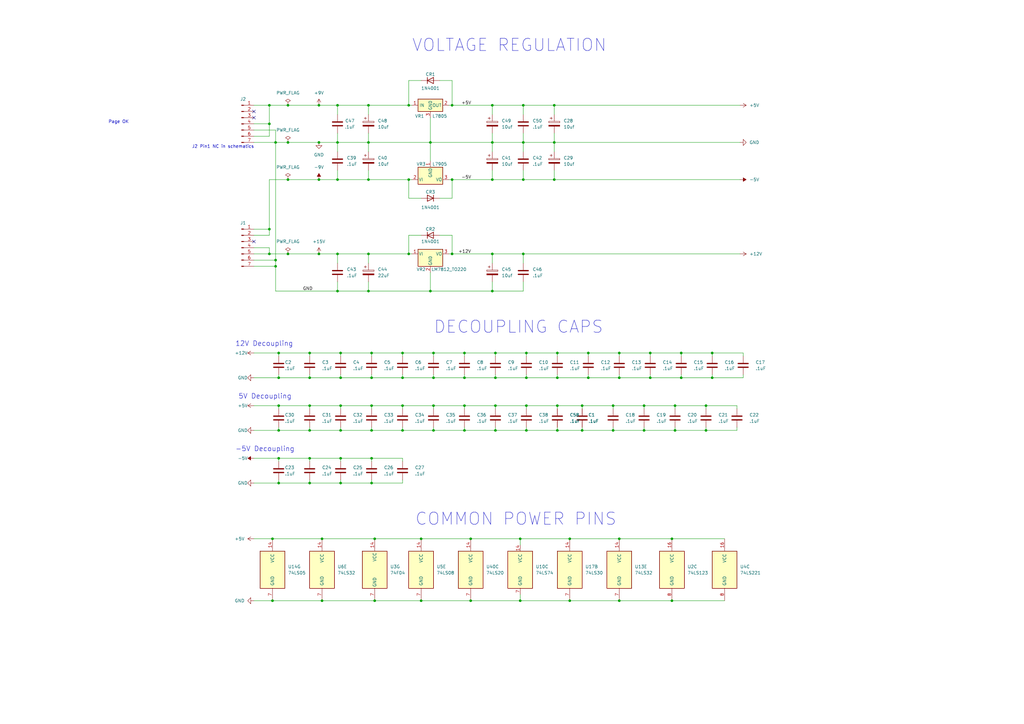
<source format=kicad_sch>
(kicad_sch (version 20230121) (generator eeschema)
  (paper "A3")
  (title_block (title "LOW SPEED GRAPHIK") (date "2022-03-13") (rev "V001") (comment 1 "reverse-engineered in 2022") (comment 2 "creativecommons.org/licenses/by/4.0/") (comment 3 "License: CC BY 4.0") (comment 4 "Author: InsaneDruid"))
  (junction (at 165.1 166.37))
  (junction (at 153.67 246.38))
  (junction (at 132.08 220.98))
  (junction (at 241.3 144.78))
  (junction (at 130.81 104.14))
  (junction (at 201.93 104.14))
  (junction (at 215.9 144.78))
  (junction (at 127 198.12))
  (junction (at 167.64 73.66))
  (junction (at 201.93 73.66))
  (junction (at 214.63 43.18))
  (junction (at 118.11 58.42))
  (junction (at 227.33 58.42))
  (junction (at 279.4 154.94))
  (junction (at 114.3 154.94))
  (junction (at 279.4 144.78))
  (junction (at 203.2 154.94))
  (junction (at 203.2 176.53))
  (junction (at 266.7 154.94))
  (junction (at 233.68 220.98))
  (junction (at 203.2 166.37))
  (junction (at 193.04 220.98))
  (junction (at 114.3 198.12))
  (junction (at 127 144.78))
  (junction (at 127 154.94))
  (junction (at 185.42 73.66))
  (junction (at 152.4 154.94))
  (junction (at 276.86 176.53))
  (junction (at 254 144.78))
  (junction (at 264.16 166.37))
  (junction (at 241.3 154.94))
  (junction (at 127 176.53))
  (junction (at 185.42 104.14))
  (junction (at 152.4 144.78))
  (junction (at 152.4 198.12))
  (junction (at 227.33 73.66))
  (junction (at 110.49 50.8))
  (junction (at 152.4 166.37))
  (junction (at 172.72 220.98))
  (junction (at 165.1 144.78))
  (junction (at 190.5 154.94))
  (junction (at 289.56 176.53))
  (junction (at 151.13 58.42))
  (junction (at 254 246.38))
  (junction (at 203.2 144.78))
  (junction (at 118.11 104.14))
  (junction (at 213.36 220.98))
  (junction (at 214.63 58.42))
  (junction (at 151.13 73.66))
  (junction (at 254 154.94))
  (junction (at 266.7 144.78))
  (junction (at 139.7 198.12))
  (junction (at 110.49 93.98))
  (junction (at 177.8 144.78))
  (junction (at 113.03 106.68))
  (junction (at 114.3 144.78))
  (junction (at 264.16 176.53))
  (junction (at 138.43 119.38))
  (junction (at 238.76 166.37))
  (junction (at 114.3 187.96))
  (junction (at 139.7 187.96))
  (junction (at 228.6 176.53))
  (junction (at 138.43 73.66))
  (junction (at 110.49 43.18))
  (junction (at 228.6 154.94))
  (junction (at 127 187.96))
  (junction (at 176.53 58.42))
  (junction (at 118.11 73.66))
  (junction (at 190.5 176.53))
  (junction (at 276.86 166.37))
  (junction (at 238.76 176.53))
  (junction (at 165.1 154.94))
  (junction (at 275.59 220.98))
  (junction (at 111.76 246.38))
  (junction (at 190.5 144.78))
  (junction (at 213.36 246.38))
  (junction (at 151.13 43.18))
  (junction (at 201.93 58.42))
  (junction (at 292.1 154.94))
  (junction (at 113.03 109.22))
  (junction (at 138.43 43.18))
  (junction (at 118.11 43.18))
  (junction (at 254 220.98))
  (junction (at 130.81 43.18))
  (junction (at 215.9 176.53))
  (junction (at 215.9 166.37))
  (junction (at 172.72 246.38))
  (junction (at 132.08 246.38))
  (junction (at 190.5 166.37))
  (junction (at 151.13 119.38))
  (junction (at 228.6 166.37))
  (junction (at 139.7 176.53))
  (junction (at 185.42 43.18))
  (junction (at 139.7 154.94))
  (junction (at 275.59 246.38))
  (junction (at 292.1 144.78))
  (junction (at 114.3 176.53))
  (junction (at 111.76 220.98))
  (junction (at 152.4 187.96))
  (junction (at 214.63 104.14))
  (junction (at 176.53 119.38))
  (junction (at 165.1 176.53))
  (junction (at 153.67 220.98))
  (junction (at 228.6 144.78))
  (junction (at 130.81 73.66))
  (junction (at 139.7 144.78))
  (junction (at 151.13 104.14))
  (junction (at 177.8 176.53))
  (junction (at 114.3 166.37))
  (junction (at 167.64 104.14))
  (junction (at 233.68 246.38))
  (junction (at 201.93 119.38))
  (junction (at 193.04 246.38))
  (junction (at 139.7 166.37))
  (junction (at 130.81 58.42))
  (junction (at 127 166.37))
  (junction (at 251.46 176.53))
  (junction (at 214.63 73.66))
  (junction (at 177.8 154.94))
  (junction (at 177.8 166.37))
  (junction (at 167.64 43.18))
  (junction (at 138.43 58.42))
  (junction (at 138.43 104.14))
  (junction (at 110.49 104.14))
  (junction (at 113.03 58.42))
  (junction (at 152.4 176.53))
  (junction (at 201.93 43.18))
  (junction (at 215.9 154.94))
  (junction (at 289.56 166.37))
  (junction (at 251.46 166.37))
  (junction (at 227.33 43.18))
  (no_connect (at 104.14 48.26))
  (no_connect (at 104.14 45.72))
  (no_connect (at 104.14 99.06))
  (wire (pts (xy 139.7 154.94) (xy 139.7 153.67)))
  (wire (pts (xy 228.6 154.94) (xy 228.6 153.67)))
  (wire (pts (xy 139.7 154.94) (xy 152.4 154.94)))
  (wire (pts (xy 228.6 166.37) (xy 238.76 166.37)))
  (wire (pts (xy 167.64 104.14) (xy 168.91 104.14)))
  (wire (pts (xy 167.64 33.02) (xy 167.64 43.18)))
  (wire (pts (xy 254 144.78) (xy 254 146.05)))
  (wire (pts (xy 266.7 144.78) (xy 266.7 146.05)))
  (wire (pts (xy 180.34 81.28) (xy 185.42 81.28)))
  (wire (pts (xy 151.13 43.18) (xy 151.13 46.99)))
  (wire (pts (xy 201.93 104.14) (xy 214.63 104.14)))
  (wire (pts (xy 304.8 144.78) (xy 304.8 146.05)))
  (wire (pts (xy 264.16 166.37) (xy 276.86 166.37)))
  (wire (pts (xy 151.13 62.23) (xy 151.13 58.42)))
  (wire (pts (xy 190.5 144.78) (xy 190.5 146.05)))
  (wire (pts (xy 289.56 176.53) (xy 289.56 175.26)))
  (wire (pts (xy 215.9 166.37) (xy 215.9 167.64)))
  (wire (pts (xy 118.11 104.14) (xy 130.81 104.14)))
  (wire (pts (xy 203.2 176.53) (xy 215.9 176.53)))
  (wire (pts (xy 185.42 73.66) (xy 201.93 73.66)))
  (wire (pts (xy 203.2 144.78) (xy 215.9 144.78)))
  (wire (pts (xy 114.3 144.78) (xy 114.3 146.05)))
  (wire (pts (xy 241.3 144.78) (xy 241.3 146.05)))
  (wire (pts (xy 104.14 109.22) (xy 113.03 109.22)))
  (wire (pts (xy 167.64 43.18) (xy 168.91 43.18)))
  (wire (pts (xy 110.49 93.98) (xy 110.49 96.52)))
  (wire (pts (xy 266.7 144.78) (xy 279.4 144.78)))
  (wire (pts (xy 151.13 115.57) (xy 151.13 119.38)))
  (wire (pts (xy 114.3 198.12) (xy 114.3 196.85)))
  (wire (pts (xy 138.43 107.95) (xy 138.43 104.14)))
  (wire (pts (xy 184.15 104.14) (xy 185.42 104.14)))
  (wire (pts (xy 185.42 81.28) (xy 185.42 73.66)))
  (wire (pts (xy 138.43 43.18) (xy 151.13 43.18)))
  (wire (pts (xy 292.1 154.94) (xy 292.1 153.67)))
  (wire (pts (xy 292.1 144.78) (xy 292.1 146.05)))
  (wire (pts (xy 184.15 43.18) (xy 185.42 43.18)))
  (wire (pts (xy 104.14 246.38) (xy 111.76 246.38)))
  (wire (pts (xy 276.86 166.37) (xy 276.86 167.64)))
  (wire (pts (xy 165.1 198.12) (xy 165.1 196.85)))
  (wire (pts (xy 111.76 246.38) (xy 132.08 246.38)))
  (wire (pts (xy 214.63 115.57) (xy 214.63 119.38)))
  (wire (pts (xy 152.4 187.96) (xy 165.1 187.96)))
  (wire (pts (xy 104.14 106.68) (xy 113.03 106.68)))
  (wire (pts (xy 152.4 166.37) (xy 152.4 167.64)))
  (wire (pts (xy 190.5 154.94) (xy 203.2 154.94)))
  (wire (pts (xy 201.93 43.18) (xy 214.63 43.18)))
  (wire (pts (xy 114.3 166.37) (xy 127 166.37)))
  (wire (pts (xy 165.1 144.78) (xy 177.8 144.78)))
  (wire (pts (xy 114.3 154.94) (xy 114.3 153.67)))
  (wire (pts (xy 139.7 166.37) (xy 139.7 167.64)))
  (wire (pts (xy 177.8 166.37) (xy 190.5 166.37)))
  (wire (pts (xy 167.64 33.02) (xy 172.72 33.02)))
  (wire (pts (xy 279.4 144.78) (xy 279.4 146.05)))
  (wire (pts (xy 104.14 55.88) (xy 110.49 55.88)))
  (wire (pts (xy 254 154.94) (xy 266.7 154.94)))
  (wire (pts (xy 213.36 243.84) (xy 213.36 246.38)))
  (wire (pts (xy 302.26 176.53) (xy 302.26 175.26)))
  (wire (pts (xy 227.33 43.18) (xy 303.53 43.18)))
  (wire (pts (xy 214.63 104.14) (xy 214.63 107.95)))
  (wire (pts (xy 139.7 187.96) (xy 152.4 187.96)))
  (wire (pts (xy 153.67 246.38) (xy 172.72 246.38)))
  (wire (pts (xy 138.43 58.42) (xy 138.43 62.23)))
  (wire (pts (xy 215.9 154.94) (xy 215.9 153.67)))
  (wire (pts (xy 279.4 144.78) (xy 292.1 144.78)))
  (wire (pts (xy 251.46 176.53) (xy 251.46 175.26)))
  (wire (pts (xy 152.4 187.96) (xy 152.4 189.23)))
  (wire (pts (xy 152.4 176.53) (xy 165.1 176.53)))
  (wire (pts (xy 215.9 154.94) (xy 228.6 154.94)))
  (wire (pts (xy 113.03 119.38) (xy 138.43 119.38)))
  (wire (pts (xy 152.4 198.12) (xy 165.1 198.12)))
  (wire (pts (xy 104.14 154.94) (xy 114.3 154.94)))
  (wire (pts (xy 172.72 96.52) (xy 167.64 96.52)))
  (wire (pts (xy 177.8 154.94) (xy 177.8 153.67)))
  (wire (pts (xy 151.13 119.38) (xy 176.53 119.38)))
  (wire (pts (xy 215.9 175.26) (xy 215.9 176.53)))
  (wire (pts (xy 203.2 176.53) (xy 203.2 175.26)))
  (wire (pts (xy 241.3 154.94) (xy 254 154.94)))
  (wire (pts (xy 104.14 101.6) (xy 110.49 101.6)))
  (wire (pts (xy 238.76 166.37) (xy 251.46 166.37)))
  (wire (pts (xy 201.93 54.61) (xy 201.93 58.42)))
  (wire (pts (xy 114.3 176.53) (xy 127 176.53)))
  (wire (pts (xy 276.86 175.26) (xy 276.86 176.53)))
  (wire (pts (xy 215.9 176.53) (xy 228.6 176.53)))
  (wire (pts (xy 110.49 73.66) (xy 110.49 93.98)))
  (wire (pts (xy 139.7 176.53) (xy 139.7 175.26)))
  (wire (pts (xy 165.1 154.94) (xy 177.8 154.94)))
  (wire (pts (xy 114.3 187.96) (xy 114.3 189.23)))
  (wire (pts (xy 139.7 187.96) (xy 139.7 189.23)))
  (wire (pts (xy 132.08 220.98) (xy 153.67 220.98)))
  (wire (pts (xy 177.8 144.78) (xy 190.5 144.78)))
  (wire (pts (xy 176.53 119.38) (xy 201.93 119.38)))
  (wire (pts (xy 138.43 69.85) (xy 138.43 73.66)))
  (wire (pts (xy 104.14 220.98) (xy 111.76 220.98)))
  (wire (pts (xy 104.14 58.42) (xy 113.03 58.42)))
  (wire (pts (xy 201.93 104.14) (xy 201.93 107.95)))
  (wire (pts (xy 127 187.96) (xy 139.7 187.96)))
  (wire (pts (xy 289.56 166.37) (xy 289.56 167.64)))
  (wire (pts (xy 276.86 166.37) (xy 289.56 166.37)))
  (wire (pts (xy 114.3 144.78) (xy 127 144.78)))
  (wire (pts (xy 213.36 220.98) (xy 193.04 220.98)))
  (wire (pts (xy 276.86 176.53) (xy 289.56 176.53)))
  (wire (pts (xy 138.43 119.38) (xy 151.13 119.38)))
  (wire (pts (xy 138.43 115.57) (xy 138.43 119.38)))
  (wire (pts (xy 203.2 154.94) (xy 203.2 153.67)))
  (wire (pts (xy 104.14 144.78) (xy 114.3 144.78)))
  (wire (pts (xy 127 154.94) (xy 127 153.67)))
  (wire (pts (xy 241.3 154.94) (xy 241.3 153.67)))
  (wire (pts (xy 254 246.38) (xy 275.59 246.38)))
  (wire (pts (xy 139.7 166.37) (xy 152.4 166.37)))
  (wire (pts (xy 201.93 73.66) (xy 214.63 73.66)))
  (wire (pts (xy 176.53 58.42) (xy 176.53 66.04)))
  (wire (pts (xy 215.9 144.78) (xy 228.6 144.78)))
  (wire (pts (xy 190.5 176.53) (xy 190.5 175.26)))
  (wire (pts (xy 110.49 101.6) (xy 110.49 104.14)))
  (wire (pts (xy 139.7 144.78) (xy 139.7 146.05)))
  (wire (pts (xy 167.64 81.28) (xy 172.72 81.28)))
  (wire (pts (xy 114.3 166.37) (xy 114.3 167.64)))
  (wire (pts (xy 228.6 144.78) (xy 228.6 146.05)))
  (wire (pts (xy 151.13 54.61) (xy 151.13 58.42)))
  (wire (pts (xy 165.1 166.37) (xy 177.8 166.37)))
  (wire (pts (xy 127 176.53) (xy 127 175.26)))
  (wire (pts (xy 214.63 69.85) (xy 214.63 73.66)))
  (wire (pts (xy 127 166.37) (xy 127 167.64)))
  (wire (pts (xy 275.59 220.98) (xy 297.18 220.98)))
  (wire (pts (xy 138.43 73.66) (xy 130.81 73.66)))
  (wire (pts (xy 251.46 166.37) (xy 251.46 167.64)))
  (wire (pts (xy 152.4 176.53) (xy 152.4 175.26)))
  (wire (pts (xy 118.11 43.18) (xy 130.81 43.18)))
  (wire (pts (xy 153.67 220.98) (xy 172.72 220.98)))
  (wire (pts (xy 151.13 73.66) (xy 138.43 73.66)))
  (wire (pts (xy 289.56 176.53) (xy 302.26 176.53)))
  (wire (pts (xy 165.1 154.94) (xy 165.1 153.67)))
  (wire (pts (xy 111.76 220.98) (xy 132.08 220.98)))
  (wire (pts (xy 138.43 58.42) (xy 151.13 58.42)))
  (wire (pts (xy 292.1 154.94) (xy 304.8 154.94)))
  (wire (pts (xy 213.36 246.38) (xy 193.04 246.38)))
  (wire (pts (xy 228.6 176.53) (xy 228.6 175.26)))
  (wire (pts (xy 139.7 144.78) (xy 152.4 144.78)))
  (wire (pts (xy 302.26 166.37) (xy 302.26 167.64)))
  (wire (pts (xy 177.8 166.37) (xy 177.8 167.64)))
  (wire (pts (xy 104.14 96.52) (xy 110.49 96.52)))
  (wire (pts (xy 185.42 96.52) (xy 185.42 104.14)))
  (wire (pts (xy 213.36 223.52) (xy 213.36 220.98)))
  (wire (pts (xy 201.93 69.85) (xy 201.93 73.66)))
  (wire (pts (xy 180.34 33.02) (xy 185.42 33.02)))
  (wire (pts (xy 127 154.94) (xy 139.7 154.94)))
  (wire (pts (xy 151.13 104.14) (xy 151.13 107.95)))
  (wire (pts (xy 275.59 246.38) (xy 297.18 246.38)))
  (wire (pts (xy 110.49 104.14) (xy 118.11 104.14)))
  (wire (pts (xy 118.11 73.66) (xy 110.49 73.66)))
  (wire (pts (xy 114.3 198.12) (xy 127 198.12)))
  (wire (pts (xy 264.16 166.37) (xy 264.16 167.64)))
  (wire (pts (xy 172.72 246.38) (xy 193.04 246.38)))
  (wire (pts (xy 185.42 104.14) (xy 201.93 104.14)))
  (wire (pts (xy 165.1 176.53) (xy 177.8 176.53)))
  (wire (pts (xy 266.7 154.94) (xy 279.4 154.94)))
  (wire (pts (xy 228.6 144.78) (xy 241.3 144.78)))
  (wire (pts (xy 113.03 106.68) (xy 113.03 109.22)))
  (wire (pts (xy 264.16 176.53) (xy 276.86 176.53)))
  (wire (pts (xy 190.5 176.53) (xy 203.2 176.53)))
  (wire (pts (xy 138.43 43.18) (xy 138.43 46.99)))
  (wire (pts (xy 228.6 166.37) (xy 228.6 167.64)))
  (wire (pts (xy 289.56 166.37) (xy 302.26 166.37)))
  (wire (pts (xy 172.72 220.98) (xy 193.04 220.98)))
  (wire (pts (xy 152.4 154.94) (xy 165.1 154.94)))
  (wire (pts (xy 233.68 220.98) (xy 254 220.98)))
  (wire (pts (xy 127 166.37) (xy 139.7 166.37)))
  (wire (pts (xy 113.03 53.34) (xy 113.03 58.42)))
  (wire (pts (xy 127 144.78) (xy 127 146.05)))
  (wire (pts (xy 190.5 154.94) (xy 190.5 153.67)))
  (wire (pts (xy 214.63 104.14) (xy 303.53 104.14)))
  (wire (pts (xy 201.93 115.57) (xy 201.93 119.38)))
  (wire (pts (xy 227.33 69.85) (xy 227.33 73.66)))
  (wire (pts (xy 130.81 104.14) (xy 138.43 104.14)))
  (wire (pts (xy 254 154.94) (xy 254 153.67)))
  (wire (pts (xy 104.14 93.98) (xy 110.49 93.98)))
  (wire (pts (xy 110.49 43.18) (xy 118.11 43.18)))
  (wire (pts (xy 190.5 144.78) (xy 203.2 144.78)))
  (wire (pts (xy 214.63 58.42) (xy 227.33 58.42)))
  (wire (pts (xy 104.14 53.34) (xy 113.03 53.34)))
  (wire (pts (xy 233.68 246.38) (xy 254 246.38)))
  (wire (pts (xy 114.3 176.53) (xy 114.3 175.26)))
  (wire (pts (xy 251.46 166.37) (xy 264.16 166.37)))
  (wire (pts (xy 130.81 73.66) (xy 118.11 73.66)))
  (wire (pts (xy 215.9 144.78) (xy 215.9 146.05)))
  (wire (pts (xy 185.42 33.02) (xy 185.42 43.18)))
  (wire (pts (xy 110.49 50.8) (xy 110.49 55.88)))
  (wire (pts (xy 152.4 198.12) (xy 152.4 196.85)))
  (wire (pts (xy 227.33 73.66) (xy 303.53 73.66)))
  (wire (pts (xy 165.1 144.78) (xy 165.1 146.05)))
  (wire (pts (xy 167.64 73.66) (xy 167.64 81.28)))
  (wire (pts (xy 251.46 176.53) (xy 264.16 176.53)))
  (wire (pts (xy 165.1 176.53) (xy 165.1 175.26)))
  (wire (pts (xy 203.2 166.37) (xy 203.2 167.64)))
  (wire (pts (xy 254 220.98) (xy 275.59 220.98)))
  (wire (pts (xy 139.7 176.53) (xy 152.4 176.53)))
  (wire (pts (xy 176.53 48.26) (xy 176.53 58.42)))
  (wire (pts (xy 266.7 154.94) (xy 266.7 153.67)))
  (wire (pts (xy 151.13 69.85) (xy 151.13 73.66)))
  (wire (pts (xy 104.14 43.18) (xy 110.49 43.18)))
  (wire (pts (xy 214.63 73.66) (xy 227.33 73.66)))
  (wire (pts (xy 214.63 46.99) (xy 214.63 43.18)))
  (wire (pts (xy 190.5 166.37) (xy 203.2 166.37)))
  (wire (pts (xy 203.2 166.37) (xy 215.9 166.37)))
  (wire (pts (xy 185.42 43.18) (xy 201.93 43.18)))
  (wire (pts (xy 167.64 73.66) (xy 168.91 73.66)))
  (wire (pts (xy 213.36 246.38) (xy 233.68 246.38)))
  (wire (pts (xy 113.03 58.42) (xy 113.03 106.68)))
  (wire (pts (xy 214.63 54.61) (xy 214.63 58.42)))
  (wire (pts (xy 104.14 104.14) (xy 110.49 104.14)))
  (wire (pts (xy 227.33 58.42) (xy 227.33 62.23)))
  (wire (pts (xy 279.4 154.94) (xy 279.4 153.67)))
  (wire (pts (xy 176.53 111.76) (xy 176.53 119.38)))
  (wire (pts (xy 177.8 176.53) (xy 190.5 176.53)))
  (wire (pts (xy 127 187.96) (xy 127 189.23)))
  (wire (pts (xy 127 176.53) (xy 139.7 176.53)))
  (wire (pts (xy 138.43 54.61) (xy 138.43 58.42)))
  (wire (pts (xy 138.43 104.14) (xy 151.13 104.14)))
  (wire (pts (xy 215.9 166.37) (xy 228.6 166.37)))
  (wire (pts (xy 201.93 62.23) (xy 201.93 58.42)))
  (wire (pts (xy 152.4 144.78) (xy 165.1 144.78)))
  (wire (pts (xy 203.2 144.78) (xy 203.2 146.05)))
  (wire (pts (xy 203.2 154.94) (xy 215.9 154.94)))
  (wire (pts (xy 113.03 109.22) (xy 113.03 119.38)))
  (wire (pts (xy 238.76 166.37) (xy 238.76 167.64)))
  (wire (pts (xy 167.64 96.52) (xy 167.64 104.14)))
  (wire (pts (xy 104.14 176.53) (xy 114.3 176.53)))
  (wire (pts (xy 104.14 198.12) (xy 114.3 198.12)))
  (wire (pts (xy 177.8 154.94) (xy 190.5 154.94)))
  (wire (pts (xy 132.08 246.38) (xy 153.67 246.38)))
  (wire (pts (xy 110.49 43.18) (xy 110.49 50.8)))
  (wire (pts (xy 180.34 96.52) (xy 185.42 96.52)))
  (wire (pts (xy 130.81 43.18) (xy 138.43 43.18)))
  (wire (pts (xy 292.1 144.78) (xy 304.8 144.78)))
  (wire (pts (xy 254 144.78) (xy 266.7 144.78)))
  (wire (pts (xy 151.13 104.14) (xy 167.64 104.14)))
  (wire (pts (xy 165.1 187.96) (xy 165.1 189.23)))
  (wire (pts (xy 264.16 176.53) (xy 264.16 175.26)))
  (wire (pts (xy 177.8 176.53) (xy 177.8 175.26)))
  (wire (pts (xy 127 144.78) (xy 139.7 144.78)))
  (wire (pts (xy 127 198.12) (xy 139.7 198.12)))
  (wire (pts (xy 104.14 166.37) (xy 114.3 166.37)))
  (wire (pts (xy 304.8 154.94) (xy 304.8 153.67)))
  (wire (pts (xy 213.36 220.98) (xy 233.68 220.98)))
  (wire (pts (xy 190.5 166.37) (xy 190.5 167.64)))
  (wire (pts (xy 152.4 166.37) (xy 165.1 166.37)))
  (wire (pts (xy 152.4 144.78) (xy 152.4 146.05)))
  (wire (pts (xy 176.53 58.42) (xy 201.93 58.42)))
  (wire (pts (xy 214.63 43.18) (xy 227.33 43.18)))
  (wire (pts (xy 238.76 176.53) (xy 238.76 175.26)))
  (wire (pts (xy 151.13 43.18) (xy 167.64 43.18)))
  (wire (pts (xy 184.15 73.66) (xy 185.42 73.66)))
  (wire (pts (xy 113.03 58.42) (xy 118.11 58.42)))
  (wire (pts (xy 227.33 54.61) (xy 227.33 58.42)))
  (wire (pts (xy 104.14 187.96) (xy 114.3 187.96)))
  (wire (pts (xy 104.14 50.8) (xy 110.49 50.8)))
  (wire (pts (xy 214.63 62.23) (xy 214.63 58.42)))
  (wire (pts (xy 114.3 187.96) (xy 127 187.96)))
  (wire (pts (xy 130.81 58.42) (xy 138.43 58.42)))
  (wire (pts (xy 227.33 58.42) (xy 303.53 58.42)))
  (wire (pts (xy 165.1 166.37) (xy 165.1 167.64)))
  (wire (pts (xy 177.8 144.78) (xy 177.8 146.05)))
  (wire (pts (xy 151.13 58.42) (xy 176.53 58.42)))
  (wire (pts (xy 228.6 176.53) (xy 238.76 176.53)))
  (wire (pts (xy 139.7 198.12) (xy 139.7 196.85)))
  (wire (pts (xy 118.11 58.42) (xy 130.81 58.42)))
  (wire (pts (xy 238.76 176.53) (xy 251.46 176.53)))
  (wire (pts (xy 152.4 154.94) (xy 152.4 153.67)))
  (wire (pts (xy 227.33 43.18) (xy 227.33 46.99)))
  (wire (pts (xy 228.6 154.94) (xy 241.3 154.94)))
  (wire (pts (xy 114.3 154.94) (xy 127 154.94)))
  (wire (pts (xy 151.13 73.66) (xy 167.64 73.66)))
  (wire (pts (xy 201.93 119.38) (xy 214.63 119.38)))
  (wire (pts (xy 139.7 198.12) (xy 152.4 198.12)))
  (wire (pts (xy 201.93 46.99) (xy 201.93 43.18)))
  (wire (pts (xy 241.3 144.78) (xy 254 144.78)))
  (wire (pts (xy 127 198.12) (xy 127 196.85)))
  (wire (pts (xy 201.93 58.42) (xy 214.63 58.42)))
  (wire (pts (xy 279.4 154.94) (xy 292.1 154.94)))
  (text "5V Decoupling" (at 97.79 163.83 0) (effects (font (size 2 2)) (justify left bottom)))
  (text "COMMON POWER PINS" (at 170.18 215.9 0) (effects (font (size 5 5)) (justify left bottom)))
  (text "Page OK" (at 44.45 50.8 0) (effects (font (size 1.27 1.27)) (justify left bottom)))
  (text "-5V Decoupling\n" (at 96.52 185.42 0) (effects (font (size 2 2)) (justify left bottom)))
  (text "VOLTAGE REGULATION" (at 168.91 21.59 0) (effects (font (size 5 5)) (justify left bottom)))
  (text "12V Decoupling\n" (at 96.52 142.24 0) (effects (font (size 2 2)) (justify left bottom)))
  (text "DECOUPLING CAPS" (at 177.8 137.16 0) (effects (font (size 5 5)) (justify left bottom)))
  (text "J2 Pin1 NC in schematics" (at 78.74 60.96 0) (effects (font (size 1.27 1.27)) (justify left bottom)))
  (label "-5V" (at 189.23 73.66 0))
  (label "+5V" (at 189.23 43.18 0))
  (label "GND" (at 128.27 119.38 180))
  (label "+12V" (at 187.96 104.14 0))
  (symbol (lib_id "Device:C") (at 165.1 171.45 0) (unit 1)
    (property "Reference" "C34" (at 170.18 170.1799 0) (effects (justify left)))
    (property "Value" ".1uF" (at 170.18 172.7199 0) (effects (justify left)))
    (property "Footprint" "lsg_lib_fp:C_Rect_L9.0mm_W2.7mm_P7.62mm_MKT" (effects hide))
  )
  (symbol (lib_id "74xx:74LS32") (at 254 233.68 0) (unit 5)
    (property "Reference" "U13" (at 260.35 232.4099 0) (effects (justify left)))
    (property "Value" "74LS32" (at 260.35 234.9499 0) (effects (justify left)))
    (property "Footprint" "lsg_lib_fp:DIP-14_W7.62mm" (effects hide))
    (property "Datasheet" "http://www.ti.com/lit/gpn/sn74LS32" (effects hide))
  )
  (symbol (lib_id "Diode:1N4001") (at 176.53 81.28 0) (mirror y) (unit 1)
    (property "Reference" "CR3" (at 176.53 78.74 0))
    (property "Value" "1N4001" (at 176.53 85.09 0))
    (property "Footprint" "lsg_lib_fp:D_DO-41_SOD81_P12.70mm_Horizontal" (effects hide))
    (property "Datasheet" "http://www.vishay.com/docs/88503/1n4001.pdf" (effects hide))
  )
  (symbol (lib_id "Device:C") (at 127 149.86 0) (unit 1)
    (property "Reference" "C3" (at 132.08 148.5899 0) (effects (justify left)))
    (property "Value" ".1uF" (at 132.08 151.1299 0) (effects (justify left)))
    (property "Footprint" "lsg_lib_fp:C_Rect_L9.0mm_W2.7mm_P7.62mm_MKT" (effects hide))
  )
  (symbol (lib_id "74xx:74LS74") (at 213.36 233.68 0) (unit 3)
    (property "Reference" "U10" (at 219.71 232.4099 0) (effects (justify left)))
    (property "Value" "74LS74" (at 219.71 234.9499 0) (effects (justify left)))
    (property "Footprint" "lsg_lib_fp:DIP-14_W7.62mm" (effects hide))
    (property "Datasheet" "https://www.futurlec.com/74LS/74LS74.shtml" (effects hide))
  )
  (symbol (lib_id "Device:C") (at 177.8 149.86 0) (unit 1)
    (property "Reference" "C7" (at 182.88 148.5899 0) (effects (justify left)))
    (property "Value" ".1uF" (at 182.88 151.1299 0) (effects (justify left)))
    (property "Footprint" "lsg_lib_fp:C_Rect_L9.0mm_W2.7mm_P7.62mm_MKT" (effects hide))
  )
  (symbol (lib_id "Diode:1N4001") (at 176.53 33.02 0) (unit 1)
    (property "Reference" "CR1" (at 176.53 30.48 0))
    (property "Value" "1N4001" (at 176.53 36.195 0))
    (property "Footprint" "lsg_lib_fp:D_DO-41_SOD81_P12.70mm_Horizontal" (effects hide))
    (property "Datasheet" "http://www.vishay.com/docs/88503/1n4001.pdf" (effects hide))
  )
  (symbol (lib_id "Device:C_Polarized") (at 201.93 111.76 0) (unit 1)
    (property "Reference" "C45" (at 205.74 110.49 0) (effects (justify left)))
    (property "Value" "10uf" (at 205.74 113.03 0) (effects (justify left)))
    (property "Footprint" "lsg_lib_fp:CP_Radial_D5.0mm_P2.54mm" (effects hide))
  )
  (symbol (lib_id "Device:C_Polarized") (at 201.93 66.04 0) (unit 1)
    (property "Reference" "C41" (at 205.74 64.77 0) (effects (justify left)))
    (property "Value" "10uf" (at 205.74 67.31 0) (effects (justify left)))
    (property "Footprint" "lsg_lib_fp:CP_Radial_D5.0mm_P2.54mm" (effects hide))
  )
  (symbol (lib_id "Device:C_Polarized") (at 151.13 111.76 0) (unit 1)
    (property "Reference" "C44" (at 154.94 110.49 0) (effects (justify left)))
    (property "Value" "22uF" (at 154.94 113.03 0) (effects (justify left)))
    (property "Footprint" "lsg_lib_fp:CP_Radial_D6.3mm_P2.54mm" (effects hide))
  )
  (symbol (lib_id "Device:C") (at 127 171.45 0) (unit 1)
    (property "Reference" "C31" (at 132.08 170.1799 0) (effects (justify left)))
    (property "Value" ".1uF" (at 132.08 172.7199 0) (effects (justify left)))
    (property "Footprint" "lsg_lib_fp:C_Rect_L9.0mm_W2.7mm_P7.62mm_MKT" (effects hide))
  )
  (symbol (lib_id "power:+12V") (at 104.14 144.78 90) (unit 1)
    (property "Reference" "#PWR0106" (effects hide))
    (property "Value" "+12V" (at 101.6 144.7799 90) (effects (justify left)))
  )
  (symbol (lib_id "Device:C") (at 190.5 171.45 0) (unit 1)
    (property "Reference" "C36" (at 195.58 170.1799 0) (effects (justify left)))
    (property "Value" ".1uF" (at 195.58 172.7199 0) (effects (justify left)))
    (property "Footprint" "lsg_lib_fp:C_Rect_L9.0mm_W2.7mm_P7.62mm_MKT" (effects hide))
  )
  (symbol (lib_id "power:+15V") (at 130.81 104.14 0) (unit 1)
    (property "Reference" "#PWR0116" (effects hide))
    (property "Value" "+15V" (at 130.81 99.06 0))
  )
  (symbol (lib_id "Device:C") (at 139.7 171.45 0) (unit 1)
    (property "Reference" "C32" (at 144.78 170.1799 0) (effects (justify left)))
    (property "Value" ".1uF" (at 144.78 172.7199 0) (effects (justify left)))
    (property "Footprint" "lsg_lib_fp:C_Rect_L9.0mm_W2.7mm_P7.62mm_MKT" (effects hide))
  )
  (symbol (lib_id "Diode:1N4001") (at 176.53 96.52 0) (unit 1)
    (property "Reference" "CR2" (at 176.53 93.98 0))
    (property "Value" "1N4001" (at 176.53 99.06 0))
    (property "Footprint" "lsg_lib_fp:D_DO-41_SOD81_P12.70mm_Horizontal" (effects hide))
    (property "Datasheet" "http://www.vishay.com/docs/88503/1n4001.pdf" (effects hide))
  )
  (symbol (lib_id "Device:C") (at 190.5 149.86 0) (unit 1)
    (property "Reference" "C8" (at 195.58 148.5899 0) (effects (justify left)))
    (property "Value" ".1uF" (at 195.58 151.1299 0) (effects (justify left)))
    (property "Footprint" "lsg_lib_fp:C_Rect_L9.0mm_W2.7mm_P7.62mm_MKT" (effects hide))
  )
  (symbol (lib_id "Device:C") (at 302.26 171.45 0) (unit 1)
    (property "Reference" "C22" (at 307.34 170.1799 0) (effects (justify left)))
    (property "Value" ".1uF" (at 307.34 172.7199 0) (effects (justify left)))
    (property "Footprint" "lsg_lib_fp:C_Rect_L9.0mm_W2.7mm_P7.62mm_MKT" (effects hide))
  )
  (symbol (lib_id "74xx:74LS08") (at 172.72 233.68 0) (unit 5)
    (property "Reference" "U5" (at 179.07 232.4099 0) (effects (justify left)))
    (property "Value" "74LS08" (at 179.07 234.9499 0) (effects (justify left)))
    (property "Footprint" "lsg_lib_fp:DIP-14_W7.62mm" (effects hide))
    (property "Datasheet" "http://www.ti.com/lit/gpn/sn74LS08" (effects hide))
  )
  (symbol (lib_id "Regulator_Linear:L7905") (at 176.53 73.66 0) (unit 1)
    (property "Reference" "VR3" (at 172.72 67.31 0))
    (property "Value" "L7905" (at 180.34 67.31 0))
    (property "Footprint" "lsg_lib_fp:TO-92L_Inline_Wide" (effects hide))
    (property "Datasheet" "http://www.st.com/content/ccc/resource/technical/document/datasheet/c9/16/86/41/c7/2b/45/f2/CD00000450.pdf/files/CD00000450.pdf/jcr:content/translations/en.CD00000450.pdf" (effects hide))
  )
  (symbol (lib_id "power:-5V") (at 303.53 73.66 270) (unit 1)
    (property "Reference" "#PWR0102" (effects hide))
    (property "Value" "-5V" (at 307.34 73.6599 90) (effects (justify left)))
  )
  (symbol (lib_id "Device:C") (at 152.4 193.04 0) (unit 1)
    (property "Reference" "C26" (at 157.48 191.7699 0) (effects (justify left)))
    (property "Value" ".1uF" (at 157.48 194.3099 0) (effects (justify left)))
    (property "Footprint" "lsg_lib_fp:C_Rect_L9.0mm_W2.7mm_P7.62mm_MKT" (effects hide))
  )
  (symbol (lib_id "Device:C") (at 203.2 171.45 0) (unit 1)
    (property "Reference" "C37" (at 208.28 170.1799 0) (effects (justify left)))
    (property "Value" ".1uF" (at 208.28 172.7199 0) (effects (justify left)))
    (property "Footprint" "lsg_lib_fp:C_Rect_L9.0mm_W2.7mm_P7.62mm_MKT" (effects hide))
  )
  (symbol (lib_id "Device:C") (at 177.8 171.45 0) (unit 1)
    (property "Reference" "C35" (at 182.88 170.1799 0) (effects (justify left)))
    (property "Value" ".1uF" (at 182.88 172.7199 0) (effects (justify left)))
    (property "Footprint" "lsg_lib_fp:C_Rect_L9.0mm_W2.7mm_P7.62mm_MKT" (effects hide))
  )
  (symbol (lib_id "power:+9V") (at 130.81 43.18 0) (unit 1)
    (property "Reference" "#PWR0119" (effects hide))
    (property "Value" "+9V" (at 130.81 38.1 0))
  )
  (symbol (lib_id "power:GND") (at 303.53 58.42 90) (unit 1)
    (property "Reference" "#PWR0104" (effects hide))
    (property "Value" "GND" (at 307.34 58.4199 90) (effects (justify right)))
  )
  (symbol (lib_id "Device:C") (at 114.3 193.04 0) (unit 1)
    (property "Reference" "C23" (at 116.84 191.7699 0) (effects (justify left)))
    (property "Value" ".1uF" (at 116.84 194.3099 0) (effects (justify left)))
    (property "Footprint" "lsg_lib_fp:C_Rect_L9.0mm_W2.7mm_P7.62mm_MKT" (effects hide))
  )
  (symbol (lib_id "Device:C") (at 127 193.04 0) (unit 1)
    (property "Reference" "C24" (at 132.08 191.7699 0) (effects (justify left)))
    (property "Value" ".1uF" (at 132.08 194.3099 0) (effects (justify left)))
    (property "Footprint" "lsg_lib_fp:C_Rect_L9.0mm_W2.7mm_P7.62mm_MKT" (effects hide))
  )
  (symbol (lib_id "Device:C") (at 152.4 149.86 0) (unit 1)
    (property "Reference" "C5" (at 157.48 148.5899 0) (effects (justify left)))
    (property "Value" ".1uF" (at 157.48 151.1299 0) (effects (justify left)))
    (property "Footprint" "lsg_lib_fp:C_Rect_L9.0mm_W2.7mm_P7.62mm_MKT" (effects hide))
  )
  (symbol (lib_id "Device:C") (at 251.46 171.45 0) (unit 1)
    (property "Reference" "C18" (at 256.54 170.1799 0) (effects (justify left)))
    (property "Value" ".1uF" (at 256.54 172.7199 0) (effects (justify left)))
    (property "Footprint" "lsg_lib_fp:C_Rect_L9.0mm_W2.7mm_P7.62mm_MKT" (effects hide))
  )
  (symbol (lib_id "Device:C") (at 203.2 149.86 0) (unit 1)
    (property "Reference" "C9" (at 208.28 148.5899 0) (effects (justify left)))
    (property "Value" ".1uF" (at 208.28 151.1299 0) (effects (justify left)))
    (property "Footprint" "lsg_lib_fp:C_Rect_L9.0mm_W2.7mm_P7.62mm_MKT" (effects hide))
  )
  (symbol (lib_id "Device:C_Polarized") (at 201.93 50.8 0) (unit 1)
    (property "Reference" "C49" (at 205.74 49.53 0) (effects (justify left)))
    (property "Value" "10uf" (at 205.74 52.07 0) (effects (justify left)))
    (property "Footprint" "lsg_lib_fp:CP_Radial_D5.0mm_P2.54mm" (effects hide))
  )
  (symbol (lib_id "Device:C_Polarized") (at 227.33 50.8 0) (unit 1)
    (property "Reference" "C28" (at 231.14 49.53 0) (effects (justify left)))
    (property "Value" "10uf" (at 231.14 52.07 0) (effects (justify left)))
    (property "Footprint" "lsg_lib_fp:CP_Radial_D5.0mm_P2.54mm" (effects hide))
  )
  (symbol (lib_id "Device:C") (at 138.43 66.04 0) (unit 1)
    (property "Reference" "C39" (at 142.24 64.77 0) (effects (justify left)))
    (property "Value" ".1uF" (at 142.24 67.31 0) (effects (justify left)))
    (property "Footprint" "lsg_lib_fp:C_Rect_L7.0mm_W2.5mm_P5.08mm" (effects hide))
  )
  (symbol (lib_id "Device:C") (at 215.9 149.86 0) (unit 1)
    (property "Reference" "C10" (at 220.98 148.5899 0) (effects (justify left)))
    (property "Value" ".1uF" (at 220.98 151.1299 0) (effects (justify left)))
    (property "Footprint" "lsg_lib_fp:C_Rect_L9.0mm_W2.7mm_P7.62mm_MKT" (effects hide))
  )
  (symbol (lib_id "74xx:74AHC04") (at 153.67 233.68 0) (unit 7)
    (property "Reference" "U3" (at 160.02 232.4099 0) (effects (justify left)))
    (property "Value" "74F04" (at 160.02 234.9499 0) (effects (justify left)))
    (property "Footprint" "lsg_lib_fp:DIP-14_W7.62mm" (effects hide))
    (property "Datasheet" "https://assets.nexperia.com/documents/data-sheet/74AHC_AHCT04.pdf" (effects hide))
  )
  (symbol (lib_id "Device:C") (at 228.6 171.45 0) (unit 1)
    (property "Reference" "C58" (at 233.68 170.1799 0) (effects (justify left)))
    (property "Value" ".1uF" (at 233.68 172.7199 0) (effects (justify left)))
    (property "Footprint" "lsg_lib_fp:C_Rect_L9.0mm_W2.7mm_P7.62mm_MKT" (effects hide))
  )
  (symbol (lib_id "power:+5V") (at 104.14 166.37 90) (unit 1)
    (property "Reference" "#PWR0107" (effects hide))
    (property "Value" "+5V" (at 101.6 166.3699 90) (effects (justify left)))
  )
  (symbol (lib_id "74xx:74LS30") (at 233.68 233.68 0) (unit 2)
    (property "Reference" "U17" (at 240.03 232.4099 0) (effects (justify left)))
    (property "Value" "74LS30" (at 240.03 234.9499 0) (effects (justify left)))
    (property "Footprint" "lsg_lib_fp:DIP-14_W7.62mm" (effects hide))
    (property "Datasheet" "http://www.ti.com/lit/gpn/sn74LS30" (effects hide))
  )
  (symbol (lib_id "Device:C_Polarized") (at 227.33 66.04 0) (unit 1)
    (property "Reference" "C29" (at 231.14 64.77 0) (effects (justify left)))
    (property "Value" "10uf" (at 231.14 67.31 0) (effects (justify left)))
    (property "Footprint" "lsg_lib_fp:CP_Radial_D5.0mm_P2.54mm" (effects hide))
  )
  (symbol (lib_id "Device:C") (at 214.63 66.04 0) (unit 1)
    (property "Reference" "C42" (at 218.44 64.77 0) (effects (justify left)))
    (property "Value" ".1uF" (at 218.44 67.31 0) (effects (justify left)))
    (property "Footprint" "lsg_lib_fp:C_Rect_L7.0mm_W2.5mm_P5.08mm" (effects hide))
  )
  (symbol (lib_id "power:GND") (at 104.14 154.94 270) (unit 1)
    (property "Reference" "#PWR0105" (effects hide))
    (property "Value" "GND" (at 101.6 154.9399 90) (effects (justify right)))
  )
  (symbol (lib_id "74xx:74LS20") (at 193.04 233.68 0) (unit 3)
    (property "Reference" "U40" (at 199.39 232.4099 0) (effects (justify left)))
    (property "Value" "74LS20" (at 199.39 234.9499 0) (effects (justify left)))
    (property "Footprint" "lsg_lib_fp:DIP-14_W7.62mm" (effects hide))
    (property "Datasheet" "http://www.ti.com/lit/gpn/sn74LS20" (effects hide))
  )
  (symbol (lib_id "power:-5V") (at 104.14 187.96 90) (unit 1)
    (property "Reference" "#PWR0111" (effects hide))
    (property "Value" "-5V" (at 101.6 187.9599 90) (effects (justify left)))
  )
  (symbol (lib_id "Device:C") (at 228.6 149.86 0) (unit 1)
    (property "Reference" "C11" (at 233.68 148.5899 0) (effects (justify left)))
    (property "Value" ".1uF" (at 233.68 151.1299 0) (effects (justify left)))
    (property "Footprint" "lsg_lib_fp:C_Rect_L9.0mm_W2.7mm_P7.62mm_MKT" (effects hide))
  )
  (symbol (lib_id "74xx:74LS05") (at 111.76 233.68 0) (unit 7)
    (property "Reference" "U14" (at 118.11 232.4099 0) (effects (justify left)))
    (property "Value" "74LS05" (at 118.11 234.9499 0) (effects (justify left)))
    (property "Footprint" "lsg_lib_fp:DIP-14_W7.62mm" (effects hide))
    (property "Datasheet" "http://www.ti.com/lit/gpn/sn74LS05" (effects hide))
  )
  (symbol (lib_id "Device:C") (at 266.7 149.86 0) (unit 1)
    (property "Reference" "C14" (at 271.78 148.5899 0) (effects (justify left)))
    (property "Value" ".1uF" (at 271.78 151.1299 0) (effects (justify left)))
    (property "Footprint" "lsg_lib_fp:C_Rect_L9.0mm_W2.7mm_P7.62mm_MKT" (effects hide))
  )
  (symbol (lib_id "Device:C") (at 214.63 50.8 0) (unit 1)
    (property "Reference" "C50" (at 218.44 49.53 0) (effects (justify left)))
    (property "Value" ".1uF" (at 218.44 52.07 0) (effects (justify left)))
    (property "Footprint" "lsg_lib_fp:C_Rect_L7.0mm_W2.5mm_P5.08mm" (effects hide))
  )
  (symbol (lib_id "Device:C") (at 215.9 171.45 0) (unit 1)
    (property "Reference" "C38" (at 220.98 170.1799 0) (effects (justify left)))
    (property "Value" ".1uF" (at 220.98 172.7199 0) (effects (justify left)))
    (property "Footprint" "lsg_lib_fp:C_Rect_L9.0mm_W2.7mm_P7.62mm_MKT" (effects hide))
  )
  (symbol (lib_id "Device:C") (at 138.43 111.76 0) (unit 1)
    (property "Reference" "C43" (at 142.24 110.49 0) (effects (justify left)))
    (property "Value" ".1uF" (at 142.24 113.03 0) (effects (justify left)))
    (property "Footprint" "lsg_lib_fp:C_Rect_L7.0mm_W2.5mm_P5.08mm" (effects hide))
  )
  (symbol (lib_id "Device:C") (at 139.7 149.86 0) (unit 1)
    (property "Reference" "C4" (at 144.78 148.5899 0) (effects (justify left)))
    (property "Value" ".1uF" (at 144.78 151.1299 0) (effects (justify left)))
    (property "Footprint" "lsg_lib_fp:C_Rect_L9.0mm_W2.7mm_P7.62mm_MKT" (effects hide))
  )
  (symbol (lib_id "power:GND") (at 104.14 246.38 270) (unit 1)
    (property "Reference" "#PWR0191" (effects hide))
    (property "Value" "GND" (at 100.33 246.3799 90) (effects (justify right)))
  )
  (symbol (lib_id "power:GND") (at 130.81 58.42 0) (unit 1)
    (property "Reference" "#PWR0118" (effects hide))
    (property "Value" "GND" (at 130.81 63.5 0))
  )
  (symbol (lib_id "Device:C_Polarized") (at 151.13 50.8 0) (unit 1)
    (property "Reference" "C48" (at 154.94 49.53 0) (effects (justify left)))
    (property "Value" "10uf" (at 154.94 52.07 0) (effects (justify left)))
    (property "Footprint" "lsg_lib_fp:CP_Radial_D5.0mm_P2.54mm" (effects hide))
  )
  (symbol (lib_id "74xx:74LS221") (at 297.18 233.68 0) (unit 3)
    (property "Reference" "U4" (at 303.53 232.4099 0) (effects (justify left)))
    (property "Value" "74LS221" (at 303.53 234.9499 0) (effects (justify left)))
    (property "Footprint" "lsg_lib_fp:DIP-16_W7.62mm" (effects hide))
    (property "Datasheet" "http://www.ti.com/lit/gpn/sn74LS221" (effects hide))
  )
  (symbol (lib_id "power:PWR_FLAG") (at 118.11 104.14 0) (unit 1)
    (property "Reference" "#FLG04" (effects hide))
    (property "Value" "PWR_FLAG" (at 118.11 99.06 0))
  )
  (symbol (lib_id "Device:C") (at 139.7 193.04 0) (unit 1)
    (property "Reference" "C25" (at 144.78 191.7699 0) (effects (justify left)))
    (property "Value" ".1uF" (at 144.78 194.3099 0) (effects (justify left)))
    (property "Footprint" "lsg_lib_fp:C_Rect_L9.0mm_W2.7mm_P7.62mm_MKT" (effects hide))
  )
  (symbol (lib_id "power:+5V") (at 104.14 220.98 90) (unit 1)
    (property "Reference" "#PWR0190" (effects hide))
    (property "Value" "+5V" (at 100.33 220.9799 90) (effects (justify left)))
  )
  (symbol (lib_id "power:PWR_FLAG") (at 118.11 58.42 0) (unit 1)
    (property "Reference" "#FLG0101" (effects hide))
    (property "Value" "PWR_FLAG" (at 118.11 53.34 0))
  )
  (symbol (lib_id "Connector:Conn_01x07_Male") (at 99.06 50.8 0) (unit 1)
    (property "Reference" "J2" (at 99.695 40.64 0))
    (property "Value" "Conn_01x07_Male" (effects hide))
    (property "Footprint" "lsg_lib_fp:PinHeader_1x07_P2.54mm_Vertical_J2" (effects hide))
  )
  (symbol (lib_id "power:-9V") (at 130.81 73.66 0) (unit 1)
    (property "Reference" "#PWR0117" (effects hide))
    (property "Value" "-9V" (at 130.81 68.58 0))
  )
  (symbol (lib_id "power:+12V") (at 303.53 104.14 270) (unit 1)
    (property "Reference" "#PWR0101" (effects hide))
    (property "Value" "+12V" (at 307.34 104.1399 90) (effects (justify left)))
  )
  (symbol (lib_id "Device:C") (at 165.1 149.86 0) (unit 1)
    (property "Reference" "C6" (at 170.18 148.5899 0) (effects (justify left)))
    (property "Value" ".1uF" (at 170.18 151.1299 0) (effects (justify left)))
    (property "Footprint" "lsg_lib_fp:C_Rect_L9.0mm_W2.7mm_P7.62mm_MKT" (effects hide))
  )
  (symbol (lib_id "Device:C") (at 254 149.86 0) (unit 1)
    (property "Reference" "C13" (at 259.08 148.5899 0) (effects (justify left)))
    (property "Value" ".1uF" (at 259.08 151.1299 0) (effects (justify left)))
    (property "Footprint" "lsg_lib_fp:C_Rect_L9.0mm_W2.7mm_P7.62mm_MKT" (effects hide))
  )
  (symbol (lib_id "74xx:74LS32") (at 132.08 233.68 0) (unit 5)
    (property "Reference" "U6" (at 138.43 232.4099 0) (effects (justify left)))
    (property "Value" "74LS32" (at 138.43 234.9499 0) (effects (justify left)))
    (property "Footprint" "lsg_lib_fp:DIP-14_W7.62mm" (effects hide))
    (property "Datasheet" "http://www.ti.com/lit/gpn/sn74LS32" (effects hide))
  )
  (symbol (lib_id "Device:C") (at 292.1 149.86 0) (unit 1)
    (property "Reference" "C16" (at 297.18 148.5899 0) (effects (justify left)))
    (property "Value" ".1uF" (at 297.18 151.1299 0) (effects (justify left)))
    (property "Footprint" "lsg_lib_fp:C_Rect_L9.0mm_W2.7mm_P7.62mm_MKT" (effects hide))
  )
  (symbol (lib_id "Device:C") (at 114.3 149.86 0) (unit 1)
    (property "Reference" "C2" (at 116.84 148.5899 0) (effects (justify left)))
    (property "Value" ".1uF" (at 116.84 151.1299 0) (effects (justify left)))
    (property "Footprint" "lsg_lib_fp:C_Rect_L9.0mm_W2.7mm_P7.62mm_MKT" (effects hide))
  )
  (symbol (lib_id "power:GND") (at 104.14 176.53 270) (unit 1)
    (property "Reference" "#PWR0108" (effects hide))
    (property "Value" "GND" (at 101.6 176.5299 90) (effects (justify right)))
  )
  (symbol (lib_id "Device:C") (at 276.86 171.45 0) (unit 1)
    (property "Reference" "C20" (at 281.94 170.1799 0) (effects (justify left)))
    (property "Value" ".1uF" (at 281.94 172.7199 0) (effects (justify left)))
    (property "Footprint" "lsg_lib_fp:C_Rect_L9.0mm_W2.7mm_P7.62mm_MKT" (effects hide))
  )
  (symbol (lib_id "Device:C") (at 279.4 149.86 0) (unit 1)
    (property "Reference" "C15" (at 284.48 148.5899 0) (effects (justify left)))
    (property "Value" ".1uF" (at 284.48 151.1299 0) (effects (justify left)))
    (property "Footprint" "lsg_lib_fp:C_Rect_L9.0mm_W2.7mm_P7.62mm_MKT" (effects hide))
  )
  (symbol (lib_id "power:+5V") (at 303.53 43.18 270) (unit 1)
    (property "Reference" "#PWR0103" (effects hide))
    (property "Value" "+5V" (at 307.34 43.1799 90) (effects (justify left)))
  )
  (symbol (lib_id "power:PWR_FLAG") (at 118.11 43.18 0) (unit 1)
    (property "Reference" "#FLG01" (effects hide))
    (property "Value" "PWR_FLAG" (at 118.11 38.1 0))
  )
  (symbol (lib_id "Device:C") (at 165.1 193.04 0) (unit 1)
    (property "Reference" "C27" (at 170.18 191.7699 0) (effects (justify left)))
    (property "Value" ".1uF" (at 170.18 194.3099 0) (effects (justify left)))
    (property "Footprint" "lsg_lib_fp:C_Rect_L9.0mm_W2.7mm_P7.62mm_MKT" (effects hide))
  )
  (symbol (lib_id "Device:C") (at 152.4 171.45 0) (unit 1)
    (property "Reference" "C33" (at 157.48 170.1799 0) (effects (justify left)))
    (property "Value" ".1uF" (at 157.48 172.7199 0) (effects (justify left)))
    (property "Footprint" "lsg_lib_fp:C_Rect_L9.0mm_W2.7mm_P7.62mm_MKT" (effects hide))
  )
  (symbol (lib_id "Regulator_Linear:LM7812_TO220") (at 176.53 104.14 0) (unit 1)
    (property "Reference" "VR2" (at 172.72 110.49 0))
    (property "Value" "LM7812_TO220" (at 184.15 110.49 0))
    (property "Footprint" "lsg_lib_fp:TO-220-3_Vertical" (effects hide))
    (property "Datasheet" "https://www.onsemi.cn/PowerSolutions/document/MC7800-D.PDF" (effects hide))
  )
  (symbol (lib_id "Connector:Conn_01x07_Male") (at 99.06 101.6 0) (unit 1)
    (property "Reference" "J1" (at 99.695 91.44 0))
    (property "Value" "Conn_01x07_Male" (effects hide))
    (property "Footprint" "lsg_lib_fp:PinHeader_1x07_P2.54mm_Vertical_J1" (effects hide))
  )
  (symbol (lib_id "Device:C") (at 304.8 149.86 0) (unit 1)
    (property "Reference" "C17" (at 309.88 148.5899 0) (effects (justify left)))
    (property "Value" ".1uF" (at 309.88 151.1299 0) (effects (justify left)))
    (property "Footprint" "lsg_lib_fp:C_Rect_L9.0mm_W2.7mm_P7.62mm_MKT" (effects hide))
  )
  (symbol (lib_id "Device:C") (at 214.63 111.76 0) (unit 1)
    (property "Reference" "C46" (at 218.44 110.49 0) (effects (justify left)))
    (property "Value" ".1uF" (at 218.44 113.03 0) (effects (justify left)))
    (property "Footprint" "lsg_lib_fp:C_Rect_L7.0mm_W2.5mm_P5.08mm" (effects hide))
  )
  (symbol (lib_id "Device:C") (at 114.3 171.45 0) (unit 1)
    (property "Reference" "C30" (at 116.84 170.1799 0) (effects (justify left)))
    (property "Value" ".1uF" (at 116.84 172.7199 0) (effects (justify left)))
    (property "Footprint" "lsg_lib_fp:C_Rect_L9.0mm_W2.7mm_P7.62mm_MKT" (effects hide))
  )
  (symbol (lib_id "74xx:74LS123") (at 275.59 233.68 0) (unit 3)
    (property "Reference" "U2" (at 281.94 232.4099 0) (effects (justify left)))
    (property "Value" "74LS123" (at 281.94 234.9499 0) (effects (justify left)))
    (property "Footprint" "lsg_lib_fp:DIP-16_W7.62mm" (effects hide))
    (property "Datasheet" "http://www.ti.com/lit/gpn/sn74LS123" (effects hide))
  )
  (symbol (lib_id "power:PWR_FLAG") (at 118.11 73.66 0) (unit 1)
    (property "Reference" "#FLG03" (effects hide))
    (property "Value" "PWR_FLAG" (at 118.11 68.58 0))
  )
  (symbol (lib_id "Device:C") (at 264.16 171.45 0) (unit 1)
    (property "Reference" "C19" (at 269.24 170.1799 0) (effects (justify left)))
    (property "Value" ".1uF" (at 269.24 172.7199 0) (effects (justify left)))
    (property "Footprint" "lsg_lib_fp:C_Rect_L9.0mm_W2.7mm_P7.62mm_MKT" (effects hide))
  )
  (symbol (lib_id "Device:C") (at 238.76 171.45 0) (unit 1)
    (property "Reference" "C1" (at 241.3 170.1799 0) (effects (justify left)))
    (property "Value" ".1uF" (at 241.3 172.7199 0) (effects (justify left)))
    (property "Footprint" "lsg_lib_fp:C_Rect_L9.0mm_W2.7mm_P7.62mm_MKT" (effects hide))
  )
  (symbol (lib_id "Device:C") (at 289.56 171.45 0) (unit 1)
    (property "Reference" "C21" (at 294.64 170.1799 0) (effects (justify left)))
    (property "Value" ".1uF" (at 294.64 172.7199 0) (effects (justify left)))
    (property "Footprint" "lsg_lib_fp:C_Rect_L9.0mm_W2.7mm_P7.62mm_MKT" (effects hide))
  )
  (symbol (lib_id "Device:C") (at 138.43 50.8 0) (unit 1)
    (property "Reference" "C47" (at 143.51 49.53 0))
    (property "Value" ".1uF" (at 143.51 52.07 0))
    (property "Footprint" "lsg_lib_fp:C_Rect_L7.0mm_W2.5mm_P5.08mm" (effects hide))
  )
  (symbol (lib_id "Device:C_Polarized") (at 151.13 66.04 0) (unit 1)
    (property "Reference" "C40" (at 154.94 64.77 0) (effects (justify left)))
    (property "Value" "10uf" (at 154.94 67.31 0) (effects (justify left)))
    (property "Footprint" "lsg_lib_fp:CP_Radial_D5.0mm_P2.54mm" (effects hide))
  )
  (symbol (lib_id "Device:C") (at 241.3 149.86 0) (unit 1)
    (property "Reference" "C12" (at 246.38 148.5899 0) (effects (justify left)))
    (property "Value" ".1uF" (at 246.38 151.1299 0) (effects (justify left)))
    (property "Footprint" "lsg_lib_fp:C_Rect_L9.0mm_W2.7mm_P7.62mm_MKT" (effects hide))
  )
  (symbol (lib_id "HGS_lib_sch:L7805") (at 176.53 43.18 0) (unit 1)
    (property "Reference" "VR1" (at 172.085 47.625 0))
    (property "Value" "L7805" (at 180.34 47.625 0))
    (property "Footprint" "lsg_lib_fp:TO-3_HeatSink" (effects hide))
    (property "Datasheet" "http://www.st.com/content/ccc/resource/technical/document/datasheet/41/4f/b3/b0/12/d4/47/88/CD00000444.pdf/files/CD00000444.pdf/jcr:content/translations/en.CD00000444.pdf" (effects hide))
  )
  (symbol (lib_id "power:GND") (at 104.14 198.12 270) (unit 1)
    (property "Reference" "#PWR0110" (effects hide))
    (property "Value" "GND" (at 101.6 198.1199 90) (effects (justify right)))
  )
)
</source>
